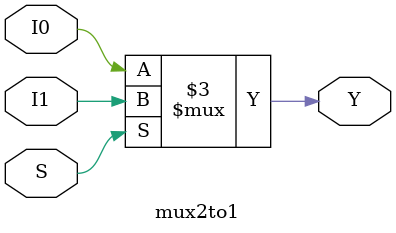
<source format=v>
module mux2to1 (
    input I0,
    input I1,
    input S,
    output reg Y
);
    always @(*) begin
        if (S)
            Y = I1;
        else
            Y = I0;
    end
endmodule

</source>
